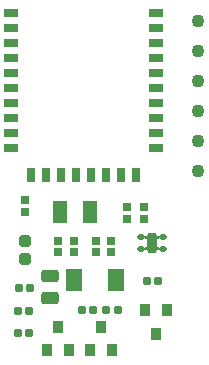
<source format=gbr>
G04 #@! TF.GenerationSoftware,KiCad,Pcbnew,(6.0.7)*
G04 #@! TF.CreationDate,2022-09-04T16:16:14-05:00*
G04 #@! TF.ProjectId,parasite-mini-test,70617261-7369-4746-952d-6d696e692d74,1.2.0*
G04 #@! TF.SameCoordinates,Original*
G04 #@! TF.FileFunction,Soldermask,Top*
G04 #@! TF.FilePolarity,Negative*
%FSLAX46Y46*%
G04 Gerber Fmt 4.6, Leading zero omitted, Abs format (unit mm)*
G04 Created by KiCad (PCBNEW (6.0.7)) date 2022-09-04 16:16:14*
%MOMM*%
%LPD*%
G01*
G04 APERTURE LIST*
G04 Aperture macros list*
%AMRoundRect*
0 Rectangle with rounded corners*
0 $1 Rounding radius*
0 $2 $3 $4 $5 $6 $7 $8 $9 X,Y pos of 4 corners*
0 Add a 4 corners polygon primitive as box body*
4,1,4,$2,$3,$4,$5,$6,$7,$8,$9,$2,$3,0*
0 Add four circle primitives for the rounded corners*
1,1,$1+$1,$2,$3*
1,1,$1+$1,$4,$5*
1,1,$1+$1,$6,$7*
1,1,$1+$1,$8,$9*
0 Add four rect primitives between the rounded corners*
20,1,$1+$1,$2,$3,$4,$5,0*
20,1,$1+$1,$4,$5,$6,$7,0*
20,1,$1+$1,$6,$7,$8,$9,0*
20,1,$1+$1,$8,$9,$2,$3,0*%
G04 Aperture macros list end*
%ADD10RoundRect,0.198500X0.172500X-0.147500X0.172500X0.147500X-0.172500X0.147500X-0.172500X-0.147500X0*%
%ADD11RoundRect,0.198500X0.147500X0.172500X-0.147500X0.172500X-0.147500X-0.172500X0.147500X-0.172500X0*%
%ADD12RoundRect,0.198500X-0.147500X-0.172500X0.147500X-0.172500X0.147500X0.172500X-0.147500X0.172500X0*%
%ADD13RoundRect,0.051000X0.400000X-0.450000X0.400000X0.450000X-0.400000X0.450000X-0.400000X-0.450000X0*%
%ADD14C,1.102000*%
%ADD15RoundRect,0.198500X-0.172500X0.147500X-0.172500X-0.147500X0.172500X-0.147500X0.172500X0.147500X0*%
%ADD16RoundRect,0.051000X-0.400000X0.450000X-0.400000X-0.450000X0.400000X-0.450000X0.400000X0.450000X0*%
%ADD17RoundRect,0.051000X0.500000X0.900000X-0.500000X0.900000X-0.500000X-0.900000X0.500000X-0.900000X0*%
%ADD18RoundRect,0.269750X0.256250X-0.218750X0.256250X0.218750X-0.256250X0.218750X-0.256250X-0.218750X0*%
%ADD19RoundRect,0.294750X0.456250X-0.243750X0.456250X0.243750X-0.456250X0.243750X-0.456250X-0.243750X0*%
%ADD20RoundRect,0.138500X0.187500X0.087500X-0.187500X0.087500X-0.187500X-0.087500X0.187500X-0.087500X0*%
%ADD21RoundRect,0.226000X0.175000X0.625000X-0.175000X0.625000X-0.175000X-0.625000X0.175000X-0.625000X0*%
%ADD22RoundRect,0.051000X0.650000X0.850000X-0.650000X0.850000X-0.650000X-0.850000X0.650000X-0.850000X0*%
%ADD23RoundRect,0.051000X0.500000X-0.325000X0.500000X0.325000X-0.500000X0.325000X-0.500000X-0.325000X0*%
%ADD24RoundRect,0.051000X0.325000X0.500000X-0.325000X0.500000X-0.325000X-0.500000X0.325000X-0.500000X0*%
G04 APERTURE END LIST*
D10*
X68000000Y-51400000D03*
X68000000Y-50430000D03*
D11*
X62400000Y-56400000D03*
X61430000Y-56400000D03*
D10*
X69300000Y-51400000D03*
X69300000Y-50430000D03*
D12*
X68900000Y-56300000D03*
X69870000Y-56300000D03*
D11*
X62400000Y-58200000D03*
X61430000Y-58200000D03*
D13*
X63850000Y-59700000D03*
X65750000Y-59700000D03*
X64800000Y-57700000D03*
D12*
X66815000Y-56300000D03*
X67785000Y-56300000D03*
X61515000Y-54400000D03*
X62485000Y-54400000D03*
D14*
X76640000Y-36880000D03*
X76640000Y-39420000D03*
X76640000Y-44500000D03*
X76640000Y-41960000D03*
X76640000Y-34340000D03*
D15*
X62000000Y-47000000D03*
X62000000Y-47970000D03*
D11*
X73300000Y-53800000D03*
X72330000Y-53800000D03*
D16*
X74050000Y-56300000D03*
X72150000Y-56300000D03*
X73100000Y-58300000D03*
D17*
X65000000Y-48000000D03*
X67500000Y-48000000D03*
D18*
X62000000Y-52000000D03*
X62000000Y-50425000D03*
D10*
X66200000Y-51400000D03*
X66200000Y-50430000D03*
D15*
X64800000Y-50430000D03*
X64800000Y-51400000D03*
D19*
X64100000Y-55237500D03*
X64100000Y-53362500D03*
D10*
X70700000Y-48570000D03*
X70700000Y-47600000D03*
D15*
X72100000Y-47600000D03*
X72100000Y-48570000D03*
D13*
X67500000Y-59700000D03*
X69400000Y-59700000D03*
X68450000Y-57700000D03*
D20*
X73725000Y-51100000D03*
X73725000Y-50100000D03*
X71875000Y-50100000D03*
X71875000Y-51100000D03*
D21*
X72800000Y-50600000D03*
D22*
X69700000Y-53700000D03*
X66200000Y-53700000D03*
D14*
X76640000Y-31800000D03*
D23*
X60881000Y-31170000D03*
X60881000Y-32440000D03*
X60881000Y-33710000D03*
X60881000Y-34980000D03*
X60881000Y-36250000D03*
X60881000Y-37520000D03*
X60881000Y-38790000D03*
X60881000Y-40060000D03*
X60881000Y-41330000D03*
X60881000Y-42600000D03*
D24*
X62530000Y-44819000D03*
X63800000Y-44819000D03*
X65070000Y-44819000D03*
X66340000Y-44819000D03*
X67610000Y-44819000D03*
X68880000Y-44819000D03*
X70150000Y-44819000D03*
X71420000Y-44819000D03*
D23*
X73119000Y-42600000D03*
X73119000Y-41330000D03*
X73119000Y-40060000D03*
X73119000Y-38790000D03*
X73119000Y-37520000D03*
X73119000Y-36250000D03*
X73119000Y-34980000D03*
X73119000Y-33710000D03*
X73119000Y-32440000D03*
X73119000Y-31170000D03*
G36*
X72400222Y-50862286D02*
G01*
X72401000Y-50863869D01*
X72401000Y-51224801D01*
X72414899Y-51294677D01*
X72414256Y-51296571D01*
X72412294Y-51296961D01*
X72411142Y-51295948D01*
X72400096Y-51273450D01*
X72399870Y-51273561D01*
X72397875Y-51273427D01*
X72397172Y-51272602D01*
X72380029Y-51235356D01*
X72321655Y-51198085D01*
X72252396Y-51198289D01*
X72194046Y-51236033D01*
X72192871Y-51237578D01*
X72191026Y-51238351D01*
X72189434Y-51237140D01*
X72189317Y-51235977D01*
X72199000Y-51187301D01*
X72199000Y-51012699D01*
X72188572Y-50960277D01*
X72174945Y-50939883D01*
X72174814Y-50937887D01*
X72176477Y-50936776D01*
X72177891Y-50937237D01*
X72224948Y-50976563D01*
X72293664Y-50985194D01*
X72356139Y-50955303D01*
X72392622Y-50896241D01*
X72397018Y-50863602D01*
X72398240Y-50862019D01*
X72400222Y-50862286D01*
G37*
G36*
X73202919Y-50863299D02*
G01*
X73222596Y-50930314D01*
X73274939Y-50975669D01*
X73343492Y-50985526D01*
X73406637Y-50956688D01*
X73416526Y-50945479D01*
X73418422Y-50944842D01*
X73419922Y-50946165D01*
X73419689Y-50947913D01*
X73411428Y-50960277D01*
X73401000Y-51012699D01*
X73401000Y-51187301D01*
X73411428Y-51239723D01*
X73411745Y-51240198D01*
X73411876Y-51242194D01*
X73410212Y-51243305D01*
X73408799Y-51242844D01*
X73361746Y-51203521D01*
X73293030Y-51194890D01*
X73230555Y-51224780D01*
X73201512Y-51271796D01*
X73200280Y-51272459D01*
X73197208Y-51278744D01*
X73197113Y-51278917D01*
X73194032Y-51283905D01*
X73193594Y-51286000D01*
X73193433Y-51286468D01*
X73188901Y-51295740D01*
X73187242Y-51296857D01*
X73185445Y-51295979D01*
X73185142Y-51294472D01*
X73199000Y-51224801D01*
X73199000Y-50863862D01*
X73200000Y-50862130D01*
X73202000Y-50862130D01*
X73202919Y-50863299D01*
G37*
G36*
X73188858Y-49904052D02*
G01*
X73199904Y-49926550D01*
X73200130Y-49926439D01*
X73202125Y-49926573D01*
X73202828Y-49927398D01*
X73219971Y-49964644D01*
X73278345Y-50001915D01*
X73347604Y-50001711D01*
X73405954Y-49963967D01*
X73407129Y-49962422D01*
X73408974Y-49961649D01*
X73410566Y-49962860D01*
X73410683Y-49964023D01*
X73401000Y-50012699D01*
X73401000Y-50187301D01*
X73411428Y-50239723D01*
X73425055Y-50260117D01*
X73425186Y-50262113D01*
X73423523Y-50263224D01*
X73422109Y-50262763D01*
X73375052Y-50223437D01*
X73306336Y-50214806D01*
X73243861Y-50244697D01*
X73207378Y-50303759D01*
X73202982Y-50336398D01*
X73201760Y-50337981D01*
X73199778Y-50337714D01*
X73199000Y-50336131D01*
X73199000Y-49975199D01*
X73185101Y-49905323D01*
X73185744Y-49903429D01*
X73187706Y-49903039D01*
X73188858Y-49904052D01*
G37*
G36*
X72414555Y-49904021D02*
G01*
X72414858Y-49905528D01*
X72401000Y-49975199D01*
X72401000Y-50336138D01*
X72400000Y-50337870D01*
X72398000Y-50337870D01*
X72397081Y-50336701D01*
X72377404Y-50269686D01*
X72325061Y-50224331D01*
X72256508Y-50214474D01*
X72193363Y-50243312D01*
X72183474Y-50254521D01*
X72181578Y-50255158D01*
X72180078Y-50253835D01*
X72180311Y-50252087D01*
X72188572Y-50239723D01*
X72199000Y-50187301D01*
X72199000Y-50012699D01*
X72188572Y-49960277D01*
X72188255Y-49959802D01*
X72188124Y-49957806D01*
X72189788Y-49956695D01*
X72191201Y-49957156D01*
X72238254Y-49996479D01*
X72306970Y-50005110D01*
X72369445Y-49975220D01*
X72398488Y-49928204D01*
X72399720Y-49927541D01*
X72402792Y-49921256D01*
X72402887Y-49921083D01*
X72405968Y-49916095D01*
X72406406Y-49914000D01*
X72406567Y-49913532D01*
X72411099Y-49904260D01*
X72412758Y-49903143D01*
X72414555Y-49904021D01*
G37*
M02*

</source>
